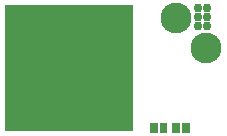
<source format=gbr>
G04 start of page 12 for group -4062 idx -4062 *
G04 Title: (unknown), soldermask *
G04 Creator: pcb 4.2.0 *
G04 CreationDate: Fri Jun 19 09:17:45 2020 UTC *
G04 For: commonadmin *
G04 Format: Gerber/RS-274X *
G04 PCB-Dimensions (mil): 6000.00 5000.00 *
G04 PCB-Coordinate-Origin: lower left *
%MOIN*%
%FSLAX25Y25*%
%LNBOTTOMMASK*%
%ADD47C,0.0001*%
%ADD46C,0.1027*%
%ADD45C,0.0300*%
G54D45*X72500Y44500D03*
Y41500D03*
X69500Y44500D03*
Y41500D03*
Y38500D03*
X72500D03*
G54D46*X72250Y31000D03*
G54D47*G36*
X56034Y6177D02*X53466D01*
Y2823D01*
X56034D01*
Y6177D01*
G37*
G36*
X59182D02*X56614D01*
Y2823D01*
X59182D01*
Y6177D01*
G37*
G36*
X63460D02*X60892D01*
Y2823D01*
X63460D01*
Y6177D01*
G37*
G36*
X66608D02*X64040D01*
Y2823D01*
X66608D01*
Y6177D01*
G37*
G54D46*X62250Y41000D03*
G54D47*G36*
X5250Y45500D02*Y3500D01*
X47750D01*
Y45500D01*
X5250D01*
G37*
M02*

</source>
